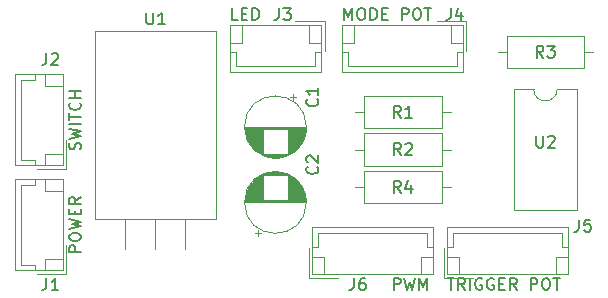
<source format=gto>
G04 #@! TF.GenerationSoftware,KiCad,Pcbnew,(5.0.0)*
G04 #@! TF.CreationDate,2019-02-27T23:15:19+05:30*
G04 #@! TF.ProjectId,PCB,5043422E6B696361645F706362000000,rev?*
G04 #@! TF.SameCoordinates,Original*
G04 #@! TF.FileFunction,Legend,Top*
G04 #@! TF.FilePolarity,Positive*
%FSLAX46Y46*%
G04 Gerber Fmt 4.6, Leading zero omitted, Abs format (unit mm)*
G04 Created by KiCad (PCBNEW (5.0.0)) date 02/27/19 23:15:19*
%MOMM*%
%LPD*%
G01*
G04 APERTURE LIST*
%ADD10C,0.120000*%
%ADD11C,0.150000*%
G04 APERTURE END LIST*
D10*
G04 #@! TO.C,R2*
X104235000Y-121385000D02*
X104235000Y-118645000D01*
X104235000Y-118645000D02*
X97695000Y-118645000D01*
X97695000Y-118645000D02*
X97695000Y-121385000D01*
X97695000Y-121385000D02*
X104235000Y-121385000D01*
X105005000Y-120015000D02*
X104235000Y-120015000D01*
X96925000Y-120015000D02*
X97695000Y-120015000D01*
G04 #@! TO.C,U2*
X114030000Y-114875000D02*
G75*
G02X112030000Y-114875000I-1000000J0D01*
G01*
X112030000Y-114875000D02*
X110380000Y-114875000D01*
X110380000Y-114875000D02*
X110380000Y-125155000D01*
X110380000Y-125155000D02*
X115680000Y-125155000D01*
X115680000Y-125155000D02*
X115680000Y-114875000D01*
X115680000Y-114875000D02*
X114030000Y-114875000D01*
G04 #@! TO.C,C1*
X92790000Y-118090000D02*
G75*
G03X92790000Y-118090000I-2620000J0D01*
G01*
X92750000Y-118090000D02*
X87590000Y-118090000D01*
X92750000Y-118130000D02*
X87590000Y-118130000D01*
X92749000Y-118170000D02*
X87591000Y-118170000D01*
X92748000Y-118210000D02*
X87592000Y-118210000D01*
X92746000Y-118250000D02*
X87594000Y-118250000D01*
X92743000Y-118290000D02*
X87597000Y-118290000D01*
X92739000Y-118330000D02*
X91210000Y-118330000D01*
X89130000Y-118330000D02*
X87601000Y-118330000D01*
X92735000Y-118370000D02*
X91210000Y-118370000D01*
X89130000Y-118370000D02*
X87605000Y-118370000D01*
X92731000Y-118410000D02*
X91210000Y-118410000D01*
X89130000Y-118410000D02*
X87609000Y-118410000D01*
X92726000Y-118450000D02*
X91210000Y-118450000D01*
X89130000Y-118450000D02*
X87614000Y-118450000D01*
X92720000Y-118490000D02*
X91210000Y-118490000D01*
X89130000Y-118490000D02*
X87620000Y-118490000D01*
X92713000Y-118530000D02*
X91210000Y-118530000D01*
X89130000Y-118530000D02*
X87627000Y-118530000D01*
X92706000Y-118570000D02*
X91210000Y-118570000D01*
X89130000Y-118570000D02*
X87634000Y-118570000D01*
X92698000Y-118610000D02*
X91210000Y-118610000D01*
X89130000Y-118610000D02*
X87642000Y-118610000D01*
X92690000Y-118650000D02*
X91210000Y-118650000D01*
X89130000Y-118650000D02*
X87650000Y-118650000D01*
X92681000Y-118690000D02*
X91210000Y-118690000D01*
X89130000Y-118690000D02*
X87659000Y-118690000D01*
X92671000Y-118730000D02*
X91210000Y-118730000D01*
X89130000Y-118730000D02*
X87669000Y-118730000D01*
X92661000Y-118770000D02*
X91210000Y-118770000D01*
X89130000Y-118770000D02*
X87679000Y-118770000D01*
X92650000Y-118811000D02*
X91210000Y-118811000D01*
X89130000Y-118811000D02*
X87690000Y-118811000D01*
X92638000Y-118851000D02*
X91210000Y-118851000D01*
X89130000Y-118851000D02*
X87702000Y-118851000D01*
X92625000Y-118891000D02*
X91210000Y-118891000D01*
X89130000Y-118891000D02*
X87715000Y-118891000D01*
X92612000Y-118931000D02*
X91210000Y-118931000D01*
X89130000Y-118931000D02*
X87728000Y-118931000D01*
X92598000Y-118971000D02*
X91210000Y-118971000D01*
X89130000Y-118971000D02*
X87742000Y-118971000D01*
X92584000Y-119011000D02*
X91210000Y-119011000D01*
X89130000Y-119011000D02*
X87756000Y-119011000D01*
X92568000Y-119051000D02*
X91210000Y-119051000D01*
X89130000Y-119051000D02*
X87772000Y-119051000D01*
X92552000Y-119091000D02*
X91210000Y-119091000D01*
X89130000Y-119091000D02*
X87788000Y-119091000D01*
X92535000Y-119131000D02*
X91210000Y-119131000D01*
X89130000Y-119131000D02*
X87805000Y-119131000D01*
X92518000Y-119171000D02*
X91210000Y-119171000D01*
X89130000Y-119171000D02*
X87822000Y-119171000D01*
X92499000Y-119211000D02*
X91210000Y-119211000D01*
X89130000Y-119211000D02*
X87841000Y-119211000D01*
X92480000Y-119251000D02*
X91210000Y-119251000D01*
X89130000Y-119251000D02*
X87860000Y-119251000D01*
X92460000Y-119291000D02*
X91210000Y-119291000D01*
X89130000Y-119291000D02*
X87880000Y-119291000D01*
X92438000Y-119331000D02*
X91210000Y-119331000D01*
X89130000Y-119331000D02*
X87902000Y-119331000D01*
X92417000Y-119371000D02*
X91210000Y-119371000D01*
X89130000Y-119371000D02*
X87923000Y-119371000D01*
X92394000Y-119411000D02*
X91210000Y-119411000D01*
X89130000Y-119411000D02*
X87946000Y-119411000D01*
X92370000Y-119451000D02*
X91210000Y-119451000D01*
X89130000Y-119451000D02*
X87970000Y-119451000D01*
X92345000Y-119491000D02*
X91210000Y-119491000D01*
X89130000Y-119491000D02*
X87995000Y-119491000D01*
X92319000Y-119531000D02*
X91210000Y-119531000D01*
X89130000Y-119531000D02*
X88021000Y-119531000D01*
X92292000Y-119571000D02*
X91210000Y-119571000D01*
X89130000Y-119571000D02*
X88048000Y-119571000D01*
X92265000Y-119611000D02*
X91210000Y-119611000D01*
X89130000Y-119611000D02*
X88075000Y-119611000D01*
X92235000Y-119651000D02*
X91210000Y-119651000D01*
X89130000Y-119651000D02*
X88105000Y-119651000D01*
X92205000Y-119691000D02*
X91210000Y-119691000D01*
X89130000Y-119691000D02*
X88135000Y-119691000D01*
X92174000Y-119731000D02*
X91210000Y-119731000D01*
X89130000Y-119731000D02*
X88166000Y-119731000D01*
X92141000Y-119771000D02*
X91210000Y-119771000D01*
X89130000Y-119771000D02*
X88199000Y-119771000D01*
X92107000Y-119811000D02*
X91210000Y-119811000D01*
X89130000Y-119811000D02*
X88233000Y-119811000D01*
X92071000Y-119851000D02*
X91210000Y-119851000D01*
X89130000Y-119851000D02*
X88269000Y-119851000D01*
X92034000Y-119891000D02*
X91210000Y-119891000D01*
X89130000Y-119891000D02*
X88306000Y-119891000D01*
X91996000Y-119931000D02*
X91210000Y-119931000D01*
X89130000Y-119931000D02*
X88344000Y-119931000D01*
X91955000Y-119971000D02*
X91210000Y-119971000D01*
X89130000Y-119971000D02*
X88385000Y-119971000D01*
X91913000Y-120011000D02*
X91210000Y-120011000D01*
X89130000Y-120011000D02*
X88427000Y-120011000D01*
X91869000Y-120051000D02*
X91210000Y-120051000D01*
X89130000Y-120051000D02*
X88471000Y-120051000D01*
X91823000Y-120091000D02*
X91210000Y-120091000D01*
X89130000Y-120091000D02*
X88517000Y-120091000D01*
X91775000Y-120131000D02*
X91210000Y-120131000D01*
X89130000Y-120131000D02*
X88565000Y-120131000D01*
X91724000Y-120171000D02*
X91210000Y-120171000D01*
X89130000Y-120171000D02*
X88616000Y-120171000D01*
X91670000Y-120211000D02*
X91210000Y-120211000D01*
X89130000Y-120211000D02*
X88670000Y-120211000D01*
X91613000Y-120251000D02*
X91210000Y-120251000D01*
X89130000Y-120251000D02*
X88727000Y-120251000D01*
X91553000Y-120291000D02*
X91210000Y-120291000D01*
X89130000Y-120291000D02*
X88787000Y-120291000D01*
X91489000Y-120331000D02*
X91210000Y-120331000D01*
X89130000Y-120331000D02*
X88851000Y-120331000D01*
X91421000Y-120371000D02*
X91210000Y-120371000D01*
X89130000Y-120371000D02*
X88919000Y-120371000D01*
X91348000Y-120411000D02*
X88992000Y-120411000D01*
X91268000Y-120451000D02*
X89072000Y-120451000D01*
X91181000Y-120491000D02*
X89159000Y-120491000D01*
X91085000Y-120531000D02*
X89255000Y-120531000D01*
X90975000Y-120571000D02*
X89365000Y-120571000D01*
X90847000Y-120611000D02*
X89493000Y-120611000D01*
X90688000Y-120651000D02*
X89652000Y-120651000D01*
X90454000Y-120691000D02*
X89886000Y-120691000D01*
X91645000Y-115285225D02*
X91645000Y-115785225D01*
X91895000Y-115535225D02*
X91395000Y-115535225D01*
G04 #@! TO.C,C2*
X92790000Y-124480000D02*
G75*
G03X92790000Y-124480000I-2620000J0D01*
G01*
X87590000Y-124480000D02*
X92750000Y-124480000D01*
X87590000Y-124440000D02*
X92750000Y-124440000D01*
X87591000Y-124400000D02*
X92749000Y-124400000D01*
X87592000Y-124360000D02*
X92748000Y-124360000D01*
X87594000Y-124320000D02*
X92746000Y-124320000D01*
X87597000Y-124280000D02*
X92743000Y-124280000D01*
X87601000Y-124240000D02*
X89130000Y-124240000D01*
X91210000Y-124240000D02*
X92739000Y-124240000D01*
X87605000Y-124200000D02*
X89130000Y-124200000D01*
X91210000Y-124200000D02*
X92735000Y-124200000D01*
X87609000Y-124160000D02*
X89130000Y-124160000D01*
X91210000Y-124160000D02*
X92731000Y-124160000D01*
X87614000Y-124120000D02*
X89130000Y-124120000D01*
X91210000Y-124120000D02*
X92726000Y-124120000D01*
X87620000Y-124080000D02*
X89130000Y-124080000D01*
X91210000Y-124080000D02*
X92720000Y-124080000D01*
X87627000Y-124040000D02*
X89130000Y-124040000D01*
X91210000Y-124040000D02*
X92713000Y-124040000D01*
X87634000Y-124000000D02*
X89130000Y-124000000D01*
X91210000Y-124000000D02*
X92706000Y-124000000D01*
X87642000Y-123960000D02*
X89130000Y-123960000D01*
X91210000Y-123960000D02*
X92698000Y-123960000D01*
X87650000Y-123920000D02*
X89130000Y-123920000D01*
X91210000Y-123920000D02*
X92690000Y-123920000D01*
X87659000Y-123880000D02*
X89130000Y-123880000D01*
X91210000Y-123880000D02*
X92681000Y-123880000D01*
X87669000Y-123840000D02*
X89130000Y-123840000D01*
X91210000Y-123840000D02*
X92671000Y-123840000D01*
X87679000Y-123800000D02*
X89130000Y-123800000D01*
X91210000Y-123800000D02*
X92661000Y-123800000D01*
X87690000Y-123759000D02*
X89130000Y-123759000D01*
X91210000Y-123759000D02*
X92650000Y-123759000D01*
X87702000Y-123719000D02*
X89130000Y-123719000D01*
X91210000Y-123719000D02*
X92638000Y-123719000D01*
X87715000Y-123679000D02*
X89130000Y-123679000D01*
X91210000Y-123679000D02*
X92625000Y-123679000D01*
X87728000Y-123639000D02*
X89130000Y-123639000D01*
X91210000Y-123639000D02*
X92612000Y-123639000D01*
X87742000Y-123599000D02*
X89130000Y-123599000D01*
X91210000Y-123599000D02*
X92598000Y-123599000D01*
X87756000Y-123559000D02*
X89130000Y-123559000D01*
X91210000Y-123559000D02*
X92584000Y-123559000D01*
X87772000Y-123519000D02*
X89130000Y-123519000D01*
X91210000Y-123519000D02*
X92568000Y-123519000D01*
X87788000Y-123479000D02*
X89130000Y-123479000D01*
X91210000Y-123479000D02*
X92552000Y-123479000D01*
X87805000Y-123439000D02*
X89130000Y-123439000D01*
X91210000Y-123439000D02*
X92535000Y-123439000D01*
X87822000Y-123399000D02*
X89130000Y-123399000D01*
X91210000Y-123399000D02*
X92518000Y-123399000D01*
X87841000Y-123359000D02*
X89130000Y-123359000D01*
X91210000Y-123359000D02*
X92499000Y-123359000D01*
X87860000Y-123319000D02*
X89130000Y-123319000D01*
X91210000Y-123319000D02*
X92480000Y-123319000D01*
X87880000Y-123279000D02*
X89130000Y-123279000D01*
X91210000Y-123279000D02*
X92460000Y-123279000D01*
X87902000Y-123239000D02*
X89130000Y-123239000D01*
X91210000Y-123239000D02*
X92438000Y-123239000D01*
X87923000Y-123199000D02*
X89130000Y-123199000D01*
X91210000Y-123199000D02*
X92417000Y-123199000D01*
X87946000Y-123159000D02*
X89130000Y-123159000D01*
X91210000Y-123159000D02*
X92394000Y-123159000D01*
X87970000Y-123119000D02*
X89130000Y-123119000D01*
X91210000Y-123119000D02*
X92370000Y-123119000D01*
X87995000Y-123079000D02*
X89130000Y-123079000D01*
X91210000Y-123079000D02*
X92345000Y-123079000D01*
X88021000Y-123039000D02*
X89130000Y-123039000D01*
X91210000Y-123039000D02*
X92319000Y-123039000D01*
X88048000Y-122999000D02*
X89130000Y-122999000D01*
X91210000Y-122999000D02*
X92292000Y-122999000D01*
X88075000Y-122959000D02*
X89130000Y-122959000D01*
X91210000Y-122959000D02*
X92265000Y-122959000D01*
X88105000Y-122919000D02*
X89130000Y-122919000D01*
X91210000Y-122919000D02*
X92235000Y-122919000D01*
X88135000Y-122879000D02*
X89130000Y-122879000D01*
X91210000Y-122879000D02*
X92205000Y-122879000D01*
X88166000Y-122839000D02*
X89130000Y-122839000D01*
X91210000Y-122839000D02*
X92174000Y-122839000D01*
X88199000Y-122799000D02*
X89130000Y-122799000D01*
X91210000Y-122799000D02*
X92141000Y-122799000D01*
X88233000Y-122759000D02*
X89130000Y-122759000D01*
X91210000Y-122759000D02*
X92107000Y-122759000D01*
X88269000Y-122719000D02*
X89130000Y-122719000D01*
X91210000Y-122719000D02*
X92071000Y-122719000D01*
X88306000Y-122679000D02*
X89130000Y-122679000D01*
X91210000Y-122679000D02*
X92034000Y-122679000D01*
X88344000Y-122639000D02*
X89130000Y-122639000D01*
X91210000Y-122639000D02*
X91996000Y-122639000D01*
X88385000Y-122599000D02*
X89130000Y-122599000D01*
X91210000Y-122599000D02*
X91955000Y-122599000D01*
X88427000Y-122559000D02*
X89130000Y-122559000D01*
X91210000Y-122559000D02*
X91913000Y-122559000D01*
X88471000Y-122519000D02*
X89130000Y-122519000D01*
X91210000Y-122519000D02*
X91869000Y-122519000D01*
X88517000Y-122479000D02*
X89130000Y-122479000D01*
X91210000Y-122479000D02*
X91823000Y-122479000D01*
X88565000Y-122439000D02*
X89130000Y-122439000D01*
X91210000Y-122439000D02*
X91775000Y-122439000D01*
X88616000Y-122399000D02*
X89130000Y-122399000D01*
X91210000Y-122399000D02*
X91724000Y-122399000D01*
X88670000Y-122359000D02*
X89130000Y-122359000D01*
X91210000Y-122359000D02*
X91670000Y-122359000D01*
X88727000Y-122319000D02*
X89130000Y-122319000D01*
X91210000Y-122319000D02*
X91613000Y-122319000D01*
X88787000Y-122279000D02*
X89130000Y-122279000D01*
X91210000Y-122279000D02*
X91553000Y-122279000D01*
X88851000Y-122239000D02*
X89130000Y-122239000D01*
X91210000Y-122239000D02*
X91489000Y-122239000D01*
X88919000Y-122199000D02*
X89130000Y-122199000D01*
X91210000Y-122199000D02*
X91421000Y-122199000D01*
X88992000Y-122159000D02*
X91348000Y-122159000D01*
X89072000Y-122119000D02*
X91268000Y-122119000D01*
X89159000Y-122079000D02*
X91181000Y-122079000D01*
X89255000Y-122039000D02*
X91085000Y-122039000D01*
X89365000Y-121999000D02*
X90975000Y-121999000D01*
X89493000Y-121959000D02*
X90847000Y-121959000D01*
X89652000Y-121919000D02*
X90688000Y-121919000D01*
X89886000Y-121879000D02*
X90454000Y-121879000D01*
X88695000Y-127284775D02*
X88695000Y-126784775D01*
X88445000Y-127034775D02*
X88945000Y-127034775D01*
G04 #@! TO.C,J1*
X68140000Y-130245000D02*
X72160000Y-130245000D01*
X72160000Y-130245000D02*
X72160000Y-122525000D01*
X72160000Y-122525000D02*
X68140000Y-122525000D01*
X68140000Y-122525000D02*
X68140000Y-130245000D01*
X69850000Y-130245000D02*
X69850000Y-129745000D01*
X69850000Y-129745000D02*
X68640000Y-129745000D01*
X68640000Y-129745000D02*
X68640000Y-123025000D01*
X68640000Y-123025000D02*
X69850000Y-123025000D01*
X69850000Y-123025000D02*
X69850000Y-122525000D01*
X70660000Y-130245000D02*
X70660000Y-129245000D01*
X70660000Y-129245000D02*
X72160000Y-129245000D01*
X70660000Y-122525000D02*
X70660000Y-123525000D01*
X70660000Y-123525000D02*
X72160000Y-123525000D01*
X69960000Y-130545000D02*
X72460000Y-130545000D01*
X72460000Y-130545000D02*
X72460000Y-128045000D01*
G04 #@! TO.C,J2*
X72460000Y-121655000D02*
X72460000Y-119155000D01*
X69960000Y-121655000D02*
X72460000Y-121655000D01*
X70660000Y-114635000D02*
X72160000Y-114635000D01*
X70660000Y-113635000D02*
X70660000Y-114635000D01*
X70660000Y-120355000D02*
X72160000Y-120355000D01*
X70660000Y-121355000D02*
X70660000Y-120355000D01*
X69850000Y-114135000D02*
X69850000Y-113635000D01*
X68640000Y-114135000D02*
X69850000Y-114135000D01*
X68640000Y-120855000D02*
X68640000Y-114135000D01*
X69850000Y-120855000D02*
X68640000Y-120855000D01*
X69850000Y-121355000D02*
X69850000Y-120855000D01*
X68140000Y-113635000D02*
X68140000Y-121355000D01*
X72160000Y-113635000D02*
X68140000Y-113635000D01*
X72160000Y-121355000D02*
X72160000Y-113635000D01*
X68140000Y-121355000D02*
X72160000Y-121355000D01*
G04 #@! TO.C,J3*
X94050000Y-113470000D02*
X94050000Y-109450000D01*
X94050000Y-109450000D02*
X86330000Y-109450000D01*
X86330000Y-109450000D02*
X86330000Y-113470000D01*
X86330000Y-113470000D02*
X94050000Y-113470000D01*
X94050000Y-111760000D02*
X93550000Y-111760000D01*
X93550000Y-111760000D02*
X93550000Y-112970000D01*
X93550000Y-112970000D02*
X86830000Y-112970000D01*
X86830000Y-112970000D02*
X86830000Y-111760000D01*
X86830000Y-111760000D02*
X86330000Y-111760000D01*
X94050000Y-110950000D02*
X93050000Y-110950000D01*
X93050000Y-110950000D02*
X93050000Y-109450000D01*
X86330000Y-110950000D02*
X87330000Y-110950000D01*
X87330000Y-110950000D02*
X87330000Y-109450000D01*
X94350000Y-111650000D02*
X94350000Y-109150000D01*
X94350000Y-109150000D02*
X91850000Y-109150000D01*
G04 #@! TO.C,J4*
X106335000Y-109150000D02*
X103835000Y-109150000D01*
X106335000Y-111650000D02*
X106335000Y-109150000D01*
X96815000Y-110950000D02*
X96815000Y-109450000D01*
X95815000Y-110950000D02*
X96815000Y-110950000D01*
X105035000Y-110950000D02*
X105035000Y-109450000D01*
X106035000Y-110950000D02*
X105035000Y-110950000D01*
X96315000Y-111760000D02*
X95815000Y-111760000D01*
X96315000Y-112970000D02*
X96315000Y-111760000D01*
X105535000Y-112970000D02*
X96315000Y-112970000D01*
X105535000Y-111760000D02*
X105535000Y-112970000D01*
X106035000Y-111760000D02*
X105535000Y-111760000D01*
X95815000Y-113470000D02*
X106035000Y-113470000D01*
X95815000Y-109450000D02*
X95815000Y-113470000D01*
X106035000Y-109450000D02*
X95815000Y-109450000D01*
X106035000Y-113470000D02*
X106035000Y-109450000D01*
G04 #@! TO.C,J5*
X104705000Y-126560000D02*
X104705000Y-130580000D01*
X104705000Y-130580000D02*
X114925000Y-130580000D01*
X114925000Y-130580000D02*
X114925000Y-126560000D01*
X114925000Y-126560000D02*
X104705000Y-126560000D01*
X104705000Y-128270000D02*
X105205000Y-128270000D01*
X105205000Y-128270000D02*
X105205000Y-127060000D01*
X105205000Y-127060000D02*
X114425000Y-127060000D01*
X114425000Y-127060000D02*
X114425000Y-128270000D01*
X114425000Y-128270000D02*
X114925000Y-128270000D01*
X104705000Y-129080000D02*
X105705000Y-129080000D01*
X105705000Y-129080000D02*
X105705000Y-130580000D01*
X114925000Y-129080000D02*
X113925000Y-129080000D01*
X113925000Y-129080000D02*
X113925000Y-130580000D01*
X104405000Y-128380000D02*
X104405000Y-130880000D01*
X104405000Y-130880000D02*
X106905000Y-130880000D01*
G04 #@! TO.C,J6*
X93275000Y-126560000D02*
X93275000Y-130580000D01*
X93275000Y-130580000D02*
X103495000Y-130580000D01*
X103495000Y-130580000D02*
X103495000Y-126560000D01*
X103495000Y-126560000D02*
X93275000Y-126560000D01*
X93275000Y-128270000D02*
X93775000Y-128270000D01*
X93775000Y-128270000D02*
X93775000Y-127060000D01*
X93775000Y-127060000D02*
X102995000Y-127060000D01*
X102995000Y-127060000D02*
X102995000Y-128270000D01*
X102995000Y-128270000D02*
X103495000Y-128270000D01*
X93275000Y-129080000D02*
X94275000Y-129080000D01*
X94275000Y-129080000D02*
X94275000Y-130580000D01*
X103495000Y-129080000D02*
X102495000Y-129080000D01*
X102495000Y-129080000D02*
X102495000Y-130580000D01*
X92975000Y-128380000D02*
X92975000Y-130880000D01*
X92975000Y-130880000D02*
X95475000Y-130880000D01*
G04 #@! TO.C,R1*
X105005000Y-116840000D02*
X104235000Y-116840000D01*
X96925000Y-116840000D02*
X97695000Y-116840000D01*
X104235000Y-115470000D02*
X97695000Y-115470000D01*
X104235000Y-118210000D02*
X104235000Y-115470000D01*
X97695000Y-118210000D02*
X104235000Y-118210000D01*
X97695000Y-115470000D02*
X97695000Y-118210000D01*
G04 #@! TO.C,R3*
X109760000Y-110390000D02*
X109760000Y-113130000D01*
X109760000Y-113130000D02*
X116300000Y-113130000D01*
X116300000Y-113130000D02*
X116300000Y-110390000D01*
X116300000Y-110390000D02*
X109760000Y-110390000D01*
X108990000Y-111760000D02*
X109760000Y-111760000D01*
X117070000Y-111760000D02*
X116300000Y-111760000D01*
G04 #@! TO.C,R4*
X105005000Y-123190000D02*
X104235000Y-123190000D01*
X96925000Y-123190000D02*
X97695000Y-123190000D01*
X104235000Y-121820000D02*
X97695000Y-121820000D01*
X104235000Y-124560000D02*
X104235000Y-121820000D01*
X97695000Y-124560000D02*
X104235000Y-124560000D01*
X97695000Y-121820000D02*
X97695000Y-124560000D01*
G04 #@! TO.C,U1*
X74890000Y-125850000D02*
X85130000Y-125850000D01*
X74890000Y-109960000D02*
X85130000Y-109960000D01*
X74890000Y-109960000D02*
X74890000Y-125850000D01*
X85130000Y-109960000D02*
X85130000Y-125850000D01*
X77470000Y-125850000D02*
X77470000Y-128390000D01*
X80010000Y-125850000D02*
X80010000Y-128390000D01*
X82550000Y-125850000D02*
X82550000Y-128390000D01*
G04 #@! TO.C,R2*
D11*
X100798333Y-120467380D02*
X100465000Y-119991190D01*
X100226904Y-120467380D02*
X100226904Y-119467380D01*
X100607857Y-119467380D01*
X100703095Y-119515000D01*
X100750714Y-119562619D01*
X100798333Y-119657857D01*
X100798333Y-119800714D01*
X100750714Y-119895952D01*
X100703095Y-119943571D01*
X100607857Y-119991190D01*
X100226904Y-119991190D01*
X101179285Y-119562619D02*
X101226904Y-119515000D01*
X101322142Y-119467380D01*
X101560238Y-119467380D01*
X101655476Y-119515000D01*
X101703095Y-119562619D01*
X101750714Y-119657857D01*
X101750714Y-119753095D01*
X101703095Y-119895952D01*
X101131666Y-120467380D01*
X101750714Y-120467380D01*
G04 #@! TO.C,U2*
X112268095Y-118832380D02*
X112268095Y-119641904D01*
X112315714Y-119737142D01*
X112363333Y-119784761D01*
X112458571Y-119832380D01*
X112649047Y-119832380D01*
X112744285Y-119784761D01*
X112791904Y-119737142D01*
X112839523Y-119641904D01*
X112839523Y-118832380D01*
X113268095Y-118927619D02*
X113315714Y-118880000D01*
X113410952Y-118832380D01*
X113649047Y-118832380D01*
X113744285Y-118880000D01*
X113791904Y-118927619D01*
X113839523Y-119022857D01*
X113839523Y-119118095D01*
X113791904Y-119260952D01*
X113220476Y-119832380D01*
X113839523Y-119832380D01*
G04 #@! TO.C,C1*
X93702142Y-115736666D02*
X93749761Y-115784285D01*
X93797380Y-115927142D01*
X93797380Y-116022380D01*
X93749761Y-116165238D01*
X93654523Y-116260476D01*
X93559285Y-116308095D01*
X93368809Y-116355714D01*
X93225952Y-116355714D01*
X93035476Y-116308095D01*
X92940238Y-116260476D01*
X92845000Y-116165238D01*
X92797380Y-116022380D01*
X92797380Y-115927142D01*
X92845000Y-115784285D01*
X92892619Y-115736666D01*
X93797380Y-114784285D02*
X93797380Y-115355714D01*
X93797380Y-115070000D02*
X92797380Y-115070000D01*
X92940238Y-115165238D01*
X93035476Y-115260476D01*
X93083095Y-115355714D01*
G04 #@! TO.C,C2*
X93702142Y-121451666D02*
X93749761Y-121499285D01*
X93797380Y-121642142D01*
X93797380Y-121737380D01*
X93749761Y-121880238D01*
X93654523Y-121975476D01*
X93559285Y-122023095D01*
X93368809Y-122070714D01*
X93225952Y-122070714D01*
X93035476Y-122023095D01*
X92940238Y-121975476D01*
X92845000Y-121880238D01*
X92797380Y-121737380D01*
X92797380Y-121642142D01*
X92845000Y-121499285D01*
X92892619Y-121451666D01*
X92892619Y-121070714D02*
X92845000Y-121023095D01*
X92797380Y-120927857D01*
X92797380Y-120689761D01*
X92845000Y-120594523D01*
X92892619Y-120546904D01*
X92987857Y-120499285D01*
X93083095Y-120499285D01*
X93225952Y-120546904D01*
X93797380Y-121118333D01*
X93797380Y-120499285D01*
G04 #@! TO.C,J1*
X70786666Y-130897380D02*
X70786666Y-131611666D01*
X70739047Y-131754523D01*
X70643809Y-131849761D01*
X70500952Y-131897380D01*
X70405714Y-131897380D01*
X71786666Y-131897380D02*
X71215238Y-131897380D01*
X71500952Y-131897380D02*
X71500952Y-130897380D01*
X71405714Y-131040238D01*
X71310476Y-131135476D01*
X71215238Y-131183095D01*
X73702380Y-128694523D02*
X72702380Y-128694523D01*
X72702380Y-128313571D01*
X72750000Y-128218333D01*
X72797619Y-128170714D01*
X72892857Y-128123095D01*
X73035714Y-128123095D01*
X73130952Y-128170714D01*
X73178571Y-128218333D01*
X73226190Y-128313571D01*
X73226190Y-128694523D01*
X72702380Y-127504047D02*
X72702380Y-127313571D01*
X72750000Y-127218333D01*
X72845238Y-127123095D01*
X73035714Y-127075476D01*
X73369047Y-127075476D01*
X73559523Y-127123095D01*
X73654761Y-127218333D01*
X73702380Y-127313571D01*
X73702380Y-127504047D01*
X73654761Y-127599285D01*
X73559523Y-127694523D01*
X73369047Y-127742142D01*
X73035714Y-127742142D01*
X72845238Y-127694523D01*
X72750000Y-127599285D01*
X72702380Y-127504047D01*
X72702380Y-126742142D02*
X73702380Y-126504047D01*
X72988095Y-126313571D01*
X73702380Y-126123095D01*
X72702380Y-125885000D01*
X73178571Y-125504047D02*
X73178571Y-125170714D01*
X73702380Y-125027857D02*
X73702380Y-125504047D01*
X72702380Y-125504047D01*
X72702380Y-125027857D01*
X73702380Y-124027857D02*
X73226190Y-124361190D01*
X73702380Y-124599285D02*
X72702380Y-124599285D01*
X72702380Y-124218333D01*
X72750000Y-124123095D01*
X72797619Y-124075476D01*
X72892857Y-124027857D01*
X73035714Y-124027857D01*
X73130952Y-124075476D01*
X73178571Y-124123095D01*
X73226190Y-124218333D01*
X73226190Y-124599285D01*
G04 #@! TO.C,J2*
X70786666Y-111847380D02*
X70786666Y-112561666D01*
X70739047Y-112704523D01*
X70643809Y-112799761D01*
X70500952Y-112847380D01*
X70405714Y-112847380D01*
X71215238Y-111942619D02*
X71262857Y-111895000D01*
X71358095Y-111847380D01*
X71596190Y-111847380D01*
X71691428Y-111895000D01*
X71739047Y-111942619D01*
X71786666Y-112037857D01*
X71786666Y-112133095D01*
X71739047Y-112275952D01*
X71167619Y-112847380D01*
X71786666Y-112847380D01*
X73654761Y-119995000D02*
X73702380Y-119852142D01*
X73702380Y-119614047D01*
X73654761Y-119518809D01*
X73607142Y-119471190D01*
X73511904Y-119423571D01*
X73416666Y-119423571D01*
X73321428Y-119471190D01*
X73273809Y-119518809D01*
X73226190Y-119614047D01*
X73178571Y-119804523D01*
X73130952Y-119899761D01*
X73083333Y-119947380D01*
X72988095Y-119995000D01*
X72892857Y-119995000D01*
X72797619Y-119947380D01*
X72750000Y-119899761D01*
X72702380Y-119804523D01*
X72702380Y-119566428D01*
X72750000Y-119423571D01*
X72702380Y-119090238D02*
X73702380Y-118852142D01*
X72988095Y-118661666D01*
X73702380Y-118471190D01*
X72702380Y-118233095D01*
X73702380Y-117852142D02*
X72702380Y-117852142D01*
X72702380Y-117518809D02*
X72702380Y-116947380D01*
X73702380Y-117233095D02*
X72702380Y-117233095D01*
X73607142Y-116042619D02*
X73654761Y-116090238D01*
X73702380Y-116233095D01*
X73702380Y-116328333D01*
X73654761Y-116471190D01*
X73559523Y-116566428D01*
X73464285Y-116614047D01*
X73273809Y-116661666D01*
X73130952Y-116661666D01*
X72940476Y-116614047D01*
X72845238Y-116566428D01*
X72750000Y-116471190D01*
X72702380Y-116328333D01*
X72702380Y-116233095D01*
X72750000Y-116090238D01*
X72797619Y-116042619D01*
X73702380Y-115614047D02*
X72702380Y-115614047D01*
X73178571Y-115614047D02*
X73178571Y-115042619D01*
X73702380Y-115042619D02*
X72702380Y-115042619D01*
G04 #@! TO.C,J3*
X90471666Y-108037380D02*
X90471666Y-108751666D01*
X90424047Y-108894523D01*
X90328809Y-108989761D01*
X90185952Y-109037380D01*
X90090714Y-109037380D01*
X90852619Y-108037380D02*
X91471666Y-108037380D01*
X91138333Y-108418333D01*
X91281190Y-108418333D01*
X91376428Y-108465952D01*
X91424047Y-108513571D01*
X91471666Y-108608809D01*
X91471666Y-108846904D01*
X91424047Y-108942142D01*
X91376428Y-108989761D01*
X91281190Y-109037380D01*
X90995476Y-109037380D01*
X90900238Y-108989761D01*
X90852619Y-108942142D01*
X86987142Y-109037380D02*
X86510952Y-109037380D01*
X86510952Y-108037380D01*
X87320476Y-108513571D02*
X87653809Y-108513571D01*
X87796666Y-109037380D02*
X87320476Y-109037380D01*
X87320476Y-108037380D01*
X87796666Y-108037380D01*
X88225238Y-109037380D02*
X88225238Y-108037380D01*
X88463333Y-108037380D01*
X88606190Y-108085000D01*
X88701428Y-108180238D01*
X88749047Y-108275476D01*
X88796666Y-108465952D01*
X88796666Y-108608809D01*
X88749047Y-108799285D01*
X88701428Y-108894523D01*
X88606190Y-108989761D01*
X88463333Y-109037380D01*
X88225238Y-109037380D01*
G04 #@! TO.C,J4*
X104996666Y-108037380D02*
X104996666Y-108751666D01*
X104949047Y-108894523D01*
X104853809Y-108989761D01*
X104710952Y-109037380D01*
X104615714Y-109037380D01*
X105901428Y-108370714D02*
X105901428Y-109037380D01*
X105663333Y-107989761D02*
X105425238Y-108704047D01*
X106044285Y-108704047D01*
X96019761Y-109037380D02*
X96019761Y-108037380D01*
X96353095Y-108751666D01*
X96686428Y-108037380D01*
X96686428Y-109037380D01*
X97353095Y-108037380D02*
X97543571Y-108037380D01*
X97638809Y-108085000D01*
X97734047Y-108180238D01*
X97781666Y-108370714D01*
X97781666Y-108704047D01*
X97734047Y-108894523D01*
X97638809Y-108989761D01*
X97543571Y-109037380D01*
X97353095Y-109037380D01*
X97257857Y-108989761D01*
X97162619Y-108894523D01*
X97115000Y-108704047D01*
X97115000Y-108370714D01*
X97162619Y-108180238D01*
X97257857Y-108085000D01*
X97353095Y-108037380D01*
X98210238Y-109037380D02*
X98210238Y-108037380D01*
X98448333Y-108037380D01*
X98591190Y-108085000D01*
X98686428Y-108180238D01*
X98734047Y-108275476D01*
X98781666Y-108465952D01*
X98781666Y-108608809D01*
X98734047Y-108799285D01*
X98686428Y-108894523D01*
X98591190Y-108989761D01*
X98448333Y-109037380D01*
X98210238Y-109037380D01*
X99210238Y-108513571D02*
X99543571Y-108513571D01*
X99686428Y-109037380D02*
X99210238Y-109037380D01*
X99210238Y-108037380D01*
X99686428Y-108037380D01*
X100876904Y-109037380D02*
X100876904Y-108037380D01*
X101257857Y-108037380D01*
X101353095Y-108085000D01*
X101400714Y-108132619D01*
X101448333Y-108227857D01*
X101448333Y-108370714D01*
X101400714Y-108465952D01*
X101353095Y-108513571D01*
X101257857Y-108561190D01*
X100876904Y-108561190D01*
X102067380Y-108037380D02*
X102257857Y-108037380D01*
X102353095Y-108085000D01*
X102448333Y-108180238D01*
X102495952Y-108370714D01*
X102495952Y-108704047D01*
X102448333Y-108894523D01*
X102353095Y-108989761D01*
X102257857Y-109037380D01*
X102067380Y-109037380D01*
X101972142Y-108989761D01*
X101876904Y-108894523D01*
X101829285Y-108704047D01*
X101829285Y-108370714D01*
X101876904Y-108180238D01*
X101972142Y-108085000D01*
X102067380Y-108037380D01*
X102781666Y-108037380D02*
X103353095Y-108037380D01*
X103067380Y-109037380D02*
X103067380Y-108037380D01*
G04 #@! TO.C,J5*
X115871666Y-125952380D02*
X115871666Y-126666666D01*
X115824047Y-126809523D01*
X115728809Y-126904761D01*
X115585952Y-126952380D01*
X115490714Y-126952380D01*
X116824047Y-125952380D02*
X116347857Y-125952380D01*
X116300238Y-126428571D01*
X116347857Y-126380952D01*
X116443095Y-126333333D01*
X116681190Y-126333333D01*
X116776428Y-126380952D01*
X116824047Y-126428571D01*
X116871666Y-126523809D01*
X116871666Y-126761904D01*
X116824047Y-126857142D01*
X116776428Y-126904761D01*
X116681190Y-126952380D01*
X116443095Y-126952380D01*
X116347857Y-126904761D01*
X116300238Y-126857142D01*
X104738095Y-130897380D02*
X105309523Y-130897380D01*
X105023809Y-131897380D02*
X105023809Y-130897380D01*
X106214285Y-131897380D02*
X105880952Y-131421190D01*
X105642857Y-131897380D02*
X105642857Y-130897380D01*
X106023809Y-130897380D01*
X106119047Y-130945000D01*
X106166666Y-130992619D01*
X106214285Y-131087857D01*
X106214285Y-131230714D01*
X106166666Y-131325952D01*
X106119047Y-131373571D01*
X106023809Y-131421190D01*
X105642857Y-131421190D01*
X106642857Y-131897380D02*
X106642857Y-130897380D01*
X107642857Y-130945000D02*
X107547619Y-130897380D01*
X107404761Y-130897380D01*
X107261904Y-130945000D01*
X107166666Y-131040238D01*
X107119047Y-131135476D01*
X107071428Y-131325952D01*
X107071428Y-131468809D01*
X107119047Y-131659285D01*
X107166666Y-131754523D01*
X107261904Y-131849761D01*
X107404761Y-131897380D01*
X107500000Y-131897380D01*
X107642857Y-131849761D01*
X107690476Y-131802142D01*
X107690476Y-131468809D01*
X107500000Y-131468809D01*
X108642857Y-130945000D02*
X108547619Y-130897380D01*
X108404761Y-130897380D01*
X108261904Y-130945000D01*
X108166666Y-131040238D01*
X108119047Y-131135476D01*
X108071428Y-131325952D01*
X108071428Y-131468809D01*
X108119047Y-131659285D01*
X108166666Y-131754523D01*
X108261904Y-131849761D01*
X108404761Y-131897380D01*
X108500000Y-131897380D01*
X108642857Y-131849761D01*
X108690476Y-131802142D01*
X108690476Y-131468809D01*
X108500000Y-131468809D01*
X109119047Y-131373571D02*
X109452380Y-131373571D01*
X109595238Y-131897380D02*
X109119047Y-131897380D01*
X109119047Y-130897380D01*
X109595238Y-130897380D01*
X110595238Y-131897380D02*
X110261904Y-131421190D01*
X110023809Y-131897380D02*
X110023809Y-130897380D01*
X110404761Y-130897380D01*
X110500000Y-130945000D01*
X110547619Y-130992619D01*
X110595238Y-131087857D01*
X110595238Y-131230714D01*
X110547619Y-131325952D01*
X110500000Y-131373571D01*
X110404761Y-131421190D01*
X110023809Y-131421190D01*
X111785714Y-131897380D02*
X111785714Y-130897380D01*
X112166666Y-130897380D01*
X112261904Y-130945000D01*
X112309523Y-130992619D01*
X112357142Y-131087857D01*
X112357142Y-131230714D01*
X112309523Y-131325952D01*
X112261904Y-131373571D01*
X112166666Y-131421190D01*
X111785714Y-131421190D01*
X112976190Y-130897380D02*
X113166666Y-130897380D01*
X113261904Y-130945000D01*
X113357142Y-131040238D01*
X113404761Y-131230714D01*
X113404761Y-131564047D01*
X113357142Y-131754523D01*
X113261904Y-131849761D01*
X113166666Y-131897380D01*
X112976190Y-131897380D01*
X112880952Y-131849761D01*
X112785714Y-131754523D01*
X112738095Y-131564047D01*
X112738095Y-131230714D01*
X112785714Y-131040238D01*
X112880952Y-130945000D01*
X112976190Y-130897380D01*
X113690476Y-130897380D02*
X114261904Y-130897380D01*
X113976190Y-131897380D02*
X113976190Y-130897380D01*
G04 #@! TO.C,J6*
X96821666Y-130897380D02*
X96821666Y-131611666D01*
X96774047Y-131754523D01*
X96678809Y-131849761D01*
X96535952Y-131897380D01*
X96440714Y-131897380D01*
X97726428Y-130897380D02*
X97535952Y-130897380D01*
X97440714Y-130945000D01*
X97393095Y-130992619D01*
X97297857Y-131135476D01*
X97250238Y-131325952D01*
X97250238Y-131706904D01*
X97297857Y-131802142D01*
X97345476Y-131849761D01*
X97440714Y-131897380D01*
X97631190Y-131897380D01*
X97726428Y-131849761D01*
X97774047Y-131802142D01*
X97821666Y-131706904D01*
X97821666Y-131468809D01*
X97774047Y-131373571D01*
X97726428Y-131325952D01*
X97631190Y-131278333D01*
X97440714Y-131278333D01*
X97345476Y-131325952D01*
X97297857Y-131373571D01*
X97250238Y-131468809D01*
X100195238Y-131897380D02*
X100195238Y-130897380D01*
X100576190Y-130897380D01*
X100671428Y-130945000D01*
X100719047Y-130992619D01*
X100766666Y-131087857D01*
X100766666Y-131230714D01*
X100719047Y-131325952D01*
X100671428Y-131373571D01*
X100576190Y-131421190D01*
X100195238Y-131421190D01*
X101100000Y-130897380D02*
X101338095Y-131897380D01*
X101528571Y-131183095D01*
X101719047Y-131897380D01*
X101957142Y-130897380D01*
X102338095Y-131897380D02*
X102338095Y-130897380D01*
X102671428Y-131611666D01*
X103004761Y-130897380D01*
X103004761Y-131897380D01*
G04 #@! TO.C,R1*
X100798333Y-117292380D02*
X100465000Y-116816190D01*
X100226904Y-117292380D02*
X100226904Y-116292380D01*
X100607857Y-116292380D01*
X100703095Y-116340000D01*
X100750714Y-116387619D01*
X100798333Y-116482857D01*
X100798333Y-116625714D01*
X100750714Y-116720952D01*
X100703095Y-116768571D01*
X100607857Y-116816190D01*
X100226904Y-116816190D01*
X101750714Y-117292380D02*
X101179285Y-117292380D01*
X101465000Y-117292380D02*
X101465000Y-116292380D01*
X101369761Y-116435238D01*
X101274523Y-116530476D01*
X101179285Y-116578095D01*
G04 #@! TO.C,R3*
X112863333Y-112212380D02*
X112530000Y-111736190D01*
X112291904Y-112212380D02*
X112291904Y-111212380D01*
X112672857Y-111212380D01*
X112768095Y-111260000D01*
X112815714Y-111307619D01*
X112863333Y-111402857D01*
X112863333Y-111545714D01*
X112815714Y-111640952D01*
X112768095Y-111688571D01*
X112672857Y-111736190D01*
X112291904Y-111736190D01*
X113196666Y-111212380D02*
X113815714Y-111212380D01*
X113482380Y-111593333D01*
X113625238Y-111593333D01*
X113720476Y-111640952D01*
X113768095Y-111688571D01*
X113815714Y-111783809D01*
X113815714Y-112021904D01*
X113768095Y-112117142D01*
X113720476Y-112164761D01*
X113625238Y-112212380D01*
X113339523Y-112212380D01*
X113244285Y-112164761D01*
X113196666Y-112117142D01*
G04 #@! TO.C,R4*
X100798333Y-123642380D02*
X100465000Y-123166190D01*
X100226904Y-123642380D02*
X100226904Y-122642380D01*
X100607857Y-122642380D01*
X100703095Y-122690000D01*
X100750714Y-122737619D01*
X100798333Y-122832857D01*
X100798333Y-122975714D01*
X100750714Y-123070952D01*
X100703095Y-123118571D01*
X100607857Y-123166190D01*
X100226904Y-123166190D01*
X101655476Y-122975714D02*
X101655476Y-123642380D01*
X101417380Y-122594761D02*
X101179285Y-123309047D01*
X101798333Y-123309047D01*
G04 #@! TO.C,U1*
X79248095Y-108412380D02*
X79248095Y-109221904D01*
X79295714Y-109317142D01*
X79343333Y-109364761D01*
X79438571Y-109412380D01*
X79629047Y-109412380D01*
X79724285Y-109364761D01*
X79771904Y-109317142D01*
X79819523Y-109221904D01*
X79819523Y-108412380D01*
X80819523Y-109412380D02*
X80248095Y-109412380D01*
X80533809Y-109412380D02*
X80533809Y-108412380D01*
X80438571Y-108555238D01*
X80343333Y-108650476D01*
X80248095Y-108698095D01*
G04 #@! TD*
M02*

</source>
